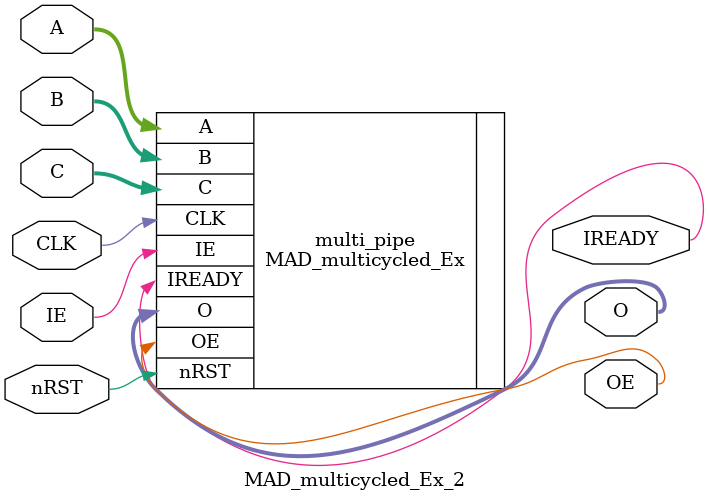
<source format=v>
`include "testdrive_system.vh"

module MAD_multicycled_Ex_2 (
	input					CLK,	// clock
	input					nRST,	// reset (active low)
	input					IE,		// input enable
	output					IREADY,	// input ready
	input	[63:0]			A,		// A
	input	[63:0]			B,		// B
	input	[63:0]			C,		// C
	output					OE,		// output enable
	output	[63:0]			O		// output
);

// definition & assignment ---------------------------------------------------

// implementation ------------------------------------------------------------
MAD_multicycled_Ex #(
	.CYCLE		(2),
	.COUNT		(1)
) multi_pipe (
	.CLK		(CLK),
	.nRST		(nRST),
	.IE			(IE),
	.IREADY		(IREADY),
	.A			(A),
	.B			(B),
	.C			(C),
	.OE			(OE),
	.O			(O)
);

endmodule

</source>
